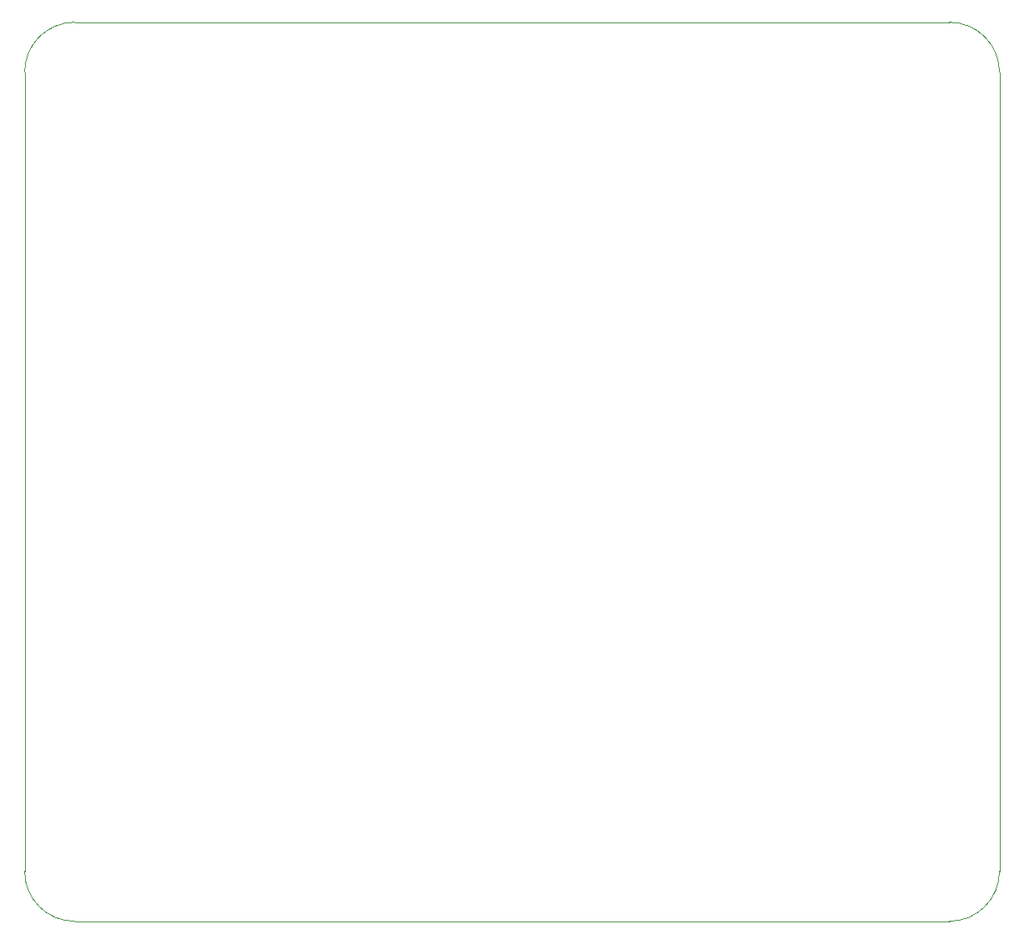
<source format=gbr>
G04 #@! TF.GenerationSoftware,KiCad,Pcbnew,(5.1.5)-3*
G04 #@! TF.CreationDate,2020-04-26T20:22:25+03:00*
G04 #@! TF.ProjectId,PCB soldering test board,50434220-736f-46c6-9465-72696e672074,rev?*
G04 #@! TF.SameCoordinates,Original*
G04 #@! TF.FileFunction,Profile,NP*
%FSLAX46Y46*%
G04 Gerber Fmt 4.6, Leading zero omitted, Abs format (unit mm)*
G04 Created by KiCad (PCBNEW (5.1.5)-3) date 2020-04-26 20:22:25*
%MOMM*%
%LPD*%
G04 APERTURE LIST*
%ADD10C,0.050000*%
G04 APERTURE END LIST*
D10*
X157480000Y-121920000D02*
G75*
G02X152400000Y-127000000I-5080000J0D01*
G01*
X63500000Y-127000000D02*
G75*
G02X58420000Y-121920000I0J5080000D01*
G01*
X152400000Y-35560000D02*
G75*
G02X157480000Y-40640000I0J-5080000D01*
G01*
X58420000Y-40640000D02*
G75*
G02X63500000Y-35560000I5080000J0D01*
G01*
X157480000Y-121920000D02*
X157480000Y-40640000D01*
X63500000Y-127000000D02*
X152400000Y-127000000D01*
X58420000Y-40640000D02*
X58420000Y-121920000D01*
X63500000Y-35560000D02*
X152400000Y-35560000D01*
M02*

</source>
